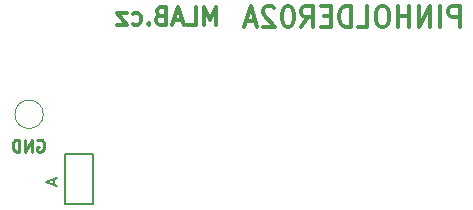
<source format=gbr>
%TF.GenerationSoftware,KiCad,Pcbnew,6.0.11+dfsg-1~bpo11+1*%
%TF.CreationDate,2023-05-28T01:19:47+00:00*%
%TF.ProjectId,PINHOLDER02,50494e48-4f4c-4444-9552-30322e6b6963,02A*%
%TF.SameCoordinates,Original*%
%TF.FileFunction,Legend,Bot*%
%TF.FilePolarity,Positive*%
%FSLAX46Y46*%
G04 Gerber Fmt 4.6, Leading zero omitted, Abs format (unit mm)*
G04 Created by KiCad (PCBNEW 6.0.11+dfsg-1~bpo11+1) date 2023-05-28 01:19:47*
%MOMM*%
%LPD*%
G01*
G04 APERTURE LIST*
%ADD10C,0.300000*%
%ADD11C,0.250000*%
%ADD12C,0.150000*%
%ADD13C,0.120000*%
G04 APERTURE END LIST*
D10*
X35166190Y760953D02*
X35166190Y2460953D01*
X34518571Y2460953D01*
X34356666Y2380000D01*
X34275714Y2299048D01*
X34194761Y2137143D01*
X34194761Y1894286D01*
X34275714Y1732381D01*
X34356666Y1651429D01*
X34518571Y1570477D01*
X35166190Y1570477D01*
X33466190Y760953D02*
X33466190Y2460953D01*
X32656666Y760953D02*
X32656666Y2460953D01*
X31685238Y760953D01*
X31685238Y2460953D01*
X30875714Y760953D02*
X30875714Y2460953D01*
X30875714Y1651429D02*
X29904285Y1651429D01*
X29904285Y760953D02*
X29904285Y2460953D01*
X28770952Y2460953D02*
X28447142Y2460953D01*
X28285238Y2380000D01*
X28123333Y2218096D01*
X28042380Y1894286D01*
X28042380Y1327620D01*
X28123333Y1003810D01*
X28285238Y841905D01*
X28447142Y760953D01*
X28770952Y760953D01*
X28932857Y841905D01*
X29094761Y1003810D01*
X29175714Y1327620D01*
X29175714Y1894286D01*
X29094761Y2218096D01*
X28932857Y2380000D01*
X28770952Y2460953D01*
X26504285Y760953D02*
X27313809Y760953D01*
X27313809Y2460953D01*
X25937619Y760953D02*
X25937619Y2460953D01*
X25532857Y2460953D01*
X25290000Y2380000D01*
X25128095Y2218096D01*
X25047142Y2056191D01*
X24966190Y1732381D01*
X24966190Y1489524D01*
X25047142Y1165715D01*
X25128095Y1003810D01*
X25290000Y841905D01*
X25532857Y760953D01*
X25937619Y760953D01*
X24237619Y1651429D02*
X23670952Y1651429D01*
X23428095Y760953D02*
X24237619Y760953D01*
X24237619Y2460953D01*
X23428095Y2460953D01*
X21728095Y760953D02*
X22294761Y1570477D01*
X22699523Y760953D02*
X22699523Y2460953D01*
X22051904Y2460953D01*
X21890000Y2380000D01*
X21809047Y2299048D01*
X21728095Y2137143D01*
X21728095Y1894286D01*
X21809047Y1732381D01*
X21890000Y1651429D01*
X22051904Y1570477D01*
X22699523Y1570477D01*
X20675714Y2460953D02*
X20513809Y2460953D01*
X20351904Y2380000D01*
X20270952Y2299048D01*
X20190000Y2137143D01*
X20109047Y1813334D01*
X20109047Y1408572D01*
X20190000Y1084762D01*
X20270952Y922858D01*
X20351904Y841905D01*
X20513809Y760953D01*
X20675714Y760953D01*
X20837619Y841905D01*
X20918571Y922858D01*
X20999523Y1084762D01*
X21080476Y1408572D01*
X21080476Y1813334D01*
X20999523Y2137143D01*
X20918571Y2299048D01*
X20837619Y2380000D01*
X20675714Y2460953D01*
X19461428Y2299048D02*
X19380476Y2380000D01*
X19218571Y2460953D01*
X18813809Y2460953D01*
X18651904Y2380000D01*
X18570952Y2299048D01*
X18490000Y2137143D01*
X18490000Y1975239D01*
X18570952Y1732381D01*
X19542380Y760953D01*
X18490000Y760953D01*
X17842380Y1246667D02*
X17032857Y1246667D01*
X18004285Y760953D02*
X17437619Y2460953D01*
X16870952Y760953D01*
D11*
X-598096Y-8870000D02*
X-502858Y-8822380D01*
X-360000Y-8822380D01*
X-217143Y-8870000D01*
X-121905Y-8965238D01*
X-74286Y-9060476D01*
X-26667Y-9250952D01*
X-26667Y-9393809D01*
X-74286Y-9584285D01*
X-121905Y-9679523D01*
X-217143Y-9774761D01*
X-360000Y-9822380D01*
X-455239Y-9822380D01*
X-598096Y-9774761D01*
X-645715Y-9727142D01*
X-645715Y-9393809D01*
X-455239Y-9393809D01*
X-1074286Y-9822380D02*
X-1074286Y-8822380D01*
X-1645715Y-9822380D01*
X-1645715Y-8822380D01*
X-2121905Y-9822380D02*
X-2121905Y-8822380D01*
X-2360000Y-8822380D01*
X-2502858Y-8870000D01*
X-2598096Y-8965238D01*
X-2645715Y-9060476D01*
X-2693334Y-9250952D01*
X-2693334Y-9393809D01*
X-2645715Y-9584285D01*
X-2598096Y-9679523D01*
X-2502858Y-9774761D01*
X-2360000Y-9822380D01*
X-2121905Y-9822380D01*
D10*
X14521142Y908929D02*
X14521142Y2408929D01*
X14021142Y1337500D01*
X13521142Y2408929D01*
X13521142Y908929D01*
X12092571Y908929D02*
X12806857Y908929D01*
X12806857Y2408929D01*
X11664000Y1337500D02*
X10949714Y1337500D01*
X11806857Y908929D02*
X11306857Y2408929D01*
X10806857Y908929D01*
X9806857Y1694643D02*
X9592571Y1623215D01*
X9521142Y1551786D01*
X9449714Y1408929D01*
X9449714Y1194643D01*
X9521142Y1051786D01*
X9592571Y980358D01*
X9735428Y908929D01*
X10306857Y908929D01*
X10306857Y2408929D01*
X9806857Y2408929D01*
X9664000Y2337500D01*
X9592571Y2266072D01*
X9521142Y2123215D01*
X9521142Y1980358D01*
X9592571Y1837500D01*
X9664000Y1766072D01*
X9806857Y1694643D01*
X10306857Y1694643D01*
X8806857Y1051786D02*
X8735428Y980358D01*
X8806857Y908929D01*
X8878285Y980358D01*
X8806857Y1051786D01*
X8806857Y908929D01*
X7449714Y980358D02*
X7592571Y908929D01*
X7878285Y908929D01*
X8021142Y980358D01*
X8092571Y1051786D01*
X8164000Y1194643D01*
X8164000Y1623215D01*
X8092571Y1766072D01*
X8021142Y1837500D01*
X7878285Y1908929D01*
X7592571Y1908929D01*
X7449714Y1837500D01*
X6949714Y1908929D02*
X6164000Y1908929D01*
X6949714Y908929D01*
X6164000Y908929D01*
D12*
X806666Y-12131904D02*
X806666Y-12608095D01*
X1092380Y-12036666D02*
X92380Y-12370000D01*
X1092380Y-12703333D01*
D13*
%TO.C,TP3*%
X-110000Y-6670000D02*
G75*
G03*
X-110000Y-6670000I-1200000J0D01*
G01*
D12*
%TO.C,TP2*%
X4090000Y-14270000D02*
X4090000Y-10070000D01*
X1690000Y-14270000D02*
X4090000Y-14270000D01*
X4090000Y-10070000D02*
X1690000Y-10070000D01*
X1690000Y-10070000D02*
X1690000Y-14270000D01*
%TD*%
M02*

</source>
